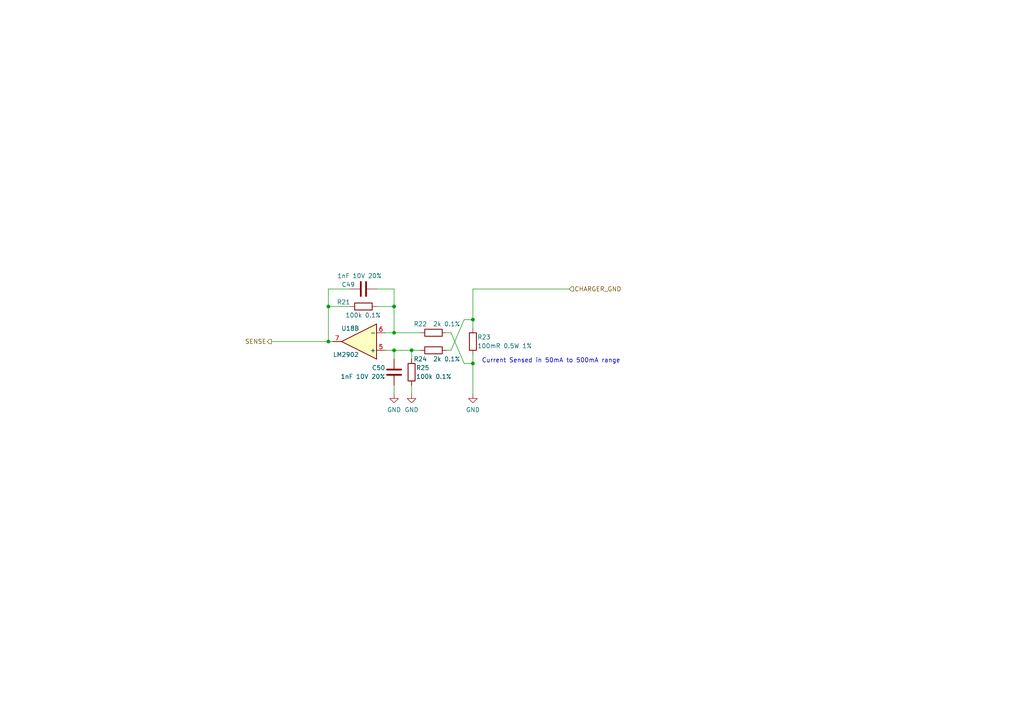
<source format=kicad_sch>
(kicad_sch (version 20211123) (generator eeschema)
  (paper "A4")
  (lib_symbols
    (symbol "Amplifier_Operational:LM2902" (pin_names (offset 0.127))
      (property "Reference" "U" (at 0 5.08 0))
      (property "Value" "LM2902" (at 0 -5.08 0))
      (symbol "LM2902_1_1"
        (polyline (pts (xy -5.08 5.08) (xy 5.08 0) (xy -5.08 -5.08) (xy -5.08 5.08)) (stroke (width 0.254)) (fill (type background)))
        (pin output line (at 7.62 0 180) (length 2.54) (name "~") (number "1"))
        (pin input line (at -7.62 -2.54 0) (length 2.54) (name "-") (number "2"))
        (pin input line (at -7.62 2.54 0) (length 2.54) (name "+") (number "3"))
      )
      (symbol "LM2902_2_1"
        (polyline (pts (xy -5.08 5.08) (xy 5.08 0) (xy -5.08 -5.08) (xy -5.08 5.08)) (stroke (width 0.254)) (fill (type background)))
        (pin input line (at -7.62 2.54 0) (length 2.54) (name "+") (number "5"))
        (pin input line (at -7.62 -2.54 0) (length 2.54) (name "-") (number "6"))
        (pin output line (at 7.62 0 180) (length 2.54) (name "~") (number "7"))
      )
      (symbol "LM2902_3_1"
        (polyline (pts (xy -5.08 5.08) (xy 5.08 0) (xy -5.08 -5.08) (xy -5.08 5.08)) (stroke (width 0.254)) (fill (type background)))
        (pin input line (at -7.62 2.54 0) (length 2.54) (name "+") (number "10"))
        (pin output line (at 7.62 0 180) (length 2.54) (name "~") (number "8"))
        (pin input line (at -7.62 -2.54 0) (length 2.54) (name "-") (number "9"))
      )
      (symbol "LM2902_4_1"
        (polyline (pts (xy -5.08 5.08) (xy 5.08 0) (xy -5.08 -5.08) (xy -5.08 5.08)) (stroke (width 0.254)) (fill (type background)))
        (pin input line (at -7.62 2.54 0) (length 2.54) (name "+") (number "12"))
        (pin input line (at -7.62 -2.54 0) (length 2.54) (name "-") (number "13"))
        (pin output line (at 7.62 0 180) (length 2.54) (name "~") (number "14"))
      )
      (symbol "LM2902_5_1"
        (pin power_in line (at -2.54 -7.62 90) (length 3.81) (name "V-") (number "11"))
        (pin power_in line (at -2.54 7.62 270) (length 3.81) (name "V+") (number "4"))
      )
    )
    (symbol "Device:C" (pin_numbers hide) (pin_names (offset 0.254))
      (property "Reference" "C" (at 0.635 2.54 0))
      (property "Value" "C" (at 0.635 -2.54 0))
      (symbol "C_0_1"
        (polyline (pts (xy -2.032 -0.762) (xy 2.032 -0.762)) (stroke (width 0.508)))
        (polyline (pts (xy -2.032 0.762) (xy 2.032 0.762)) (stroke (width 0.508)))
      )
      (symbol "C_1_1"
        (pin passive line (at 0 3.81 270) (length 2.794) (name "~") (number "1"))
        (pin passive line (at 0 -3.81 90) (length 2.794) (name "~") (number "2"))
      )
    )
    (symbol "Device:R" (pin_numbers hide) (pin_names (offset 0))
      (property "Reference" "R" (at 2.032 0 90))
      (property "Value" "R" (at 0 0 90))
      (symbol "R_0_1"
        (rectangle (start -1.016 -2.54) (end 1.016 2.54) (stroke (width 0.254)))
      )
      (symbol "R_1_1"
        (pin passive line (at 0 3.81 270) (length 1.27) (name "~") (number "1"))
        (pin passive line (at 0 -3.81 90) (length 1.27) (name "~") (number "2"))
      )
    )
    (symbol "power:GND" (power) (pin_names (offset 0))
      (property "Value" "GND" (at 0 -3.81 0))
      (symbol "GND_0_1"
        (polyline (pts (xy 0 0) (xy 0 -1.27) (xy 1.27 -1.27) (xy 0 -2.54) (xy -1.27 -1.27) (xy 0 -1.27)))
      )
      (symbol "GND_1_1"
        (pin power_in line (at 0 0 270) (length 0) hide (name "GND") (number "1"))
      )
    )
  )
  (junction (at 137.16 92.71))
  (junction (at 95.25 99.06))
  (junction (at 95.25 88.9))
  (junction (at 119.38 101.6))
  (junction (at 114.3 96.52))
  (junction (at 137.16 105.41))
  (junction (at 114.3 101.6))
  (junction (at 114.3 88.9))
  (wire (pts (xy 137.16 83.82) (xy 165.1 83.82)))
  (wire (pts (xy 95.25 99.06) (xy 78.74 99.06)))
  (wire (pts (xy 121.92 101.6) (xy 119.38 101.6)))
  (wire (pts (xy 119.38 111.76) (xy 119.38 114.3)))
  (wire (pts (xy 109.22 88.9) (xy 114.3 88.9)))
  (wire (pts (xy 114.3 88.9) (xy 114.3 96.52)))
  (wire (pts (xy 114.3 96.52) (xy 111.76 96.52)))
  (wire (pts (xy 130.81 101.6) (xy 134.62 92.71)))
  (wire (pts (xy 101.6 83.82) (xy 95.25 83.82)))
  (wire (pts (xy 134.62 105.41) (xy 137.16 105.41)))
  (wire (pts (xy 137.16 105.41) (xy 137.16 102.87)))
  (wire (pts (xy 101.6 88.9) (xy 95.25 88.9)))
  (wire (pts (xy 114.3 111.76) (xy 114.3 114.3)))
  (wire (pts (xy 114.3 101.6) (xy 111.76 101.6)))
  (wire (pts (xy 114.3 101.6) (xy 114.3 104.14)))
  (wire (pts (xy 119.38 101.6) (xy 119.38 104.14)))
  (wire (pts (xy 137.16 92.71) (xy 137.16 95.25)))
  (wire (pts (xy 129.54 96.52) (xy 130.81 96.52)))
  (wire (pts (xy 129.54 101.6) (xy 130.81 101.6)))
  (wire (pts (xy 95.25 83.82) (xy 95.25 88.9)))
  (wire (pts (xy 130.81 96.52) (xy 134.62 105.41)))
  (wire (pts (xy 96.52 99.06) (xy 95.25 99.06)))
  (wire (pts (xy 134.62 92.71) (xy 137.16 92.71)))
  (wire (pts (xy 109.22 83.82) (xy 114.3 83.82)))
  (wire (pts (xy 137.16 105.41) (xy 137.16 114.3)))
  (wire (pts (xy 137.16 83.82) (xy 137.16 92.71)))
  (wire (pts (xy 114.3 83.82) (xy 114.3 88.9)))
  (wire (pts (xy 95.25 88.9) (xy 95.25 99.06)))
  (wire (pts (xy 119.38 101.6) (xy 114.3 101.6)))
  (wire (pts (xy 121.92 96.52) (xy 114.3 96.52)))
  (text "Current Sensed in 50mA to 500mA range" (at 139.7 105.41 0) (effects (font (size 1.27 1.27)) (justify left bottom)))
  (hierarchical_label "CHARGER_GND" (shape input) (at 165.1 83.82 0))
  (hierarchical_label "SENSE" (shape output) (at 78.74 99.06 180))
  (symbol (lib_id "Amplifier_Operational:LM2902") (at 104.14 99.06 180) (unit 2)
    (property "Reference" "U18" (at 101.6 95.25 0))
    (property "Value" "LM2902" (at 100.33 102.87 0))
    (property "Footprint" "Package_SO:TSSOP-14_4.4x5mm_P0.65mm" (effects hide))
    (property "Datasheet" "http://www.ti.com/lit/ds/symlink/lm2902-n.pdf" (effects hide))
    (property "LCSC Part Number" "C46864" (effects hide))
    (property "Manufacturer" "Texas Instrument" (effects hide))
    (property "Manufacturer Part Number" "LM2902PWR" (effects hide))
  )
  (symbol (lib_id "Device:R") (at 105.41 88.9 90) (mirror x) (unit 1)
    (property "Reference" "R21" (at 101.6 87.63 90) (effects (justify left)))
    (property "Value" "100k 0.1%" (at 110.49 91.44 90) (effects (justify left)))
    (property "Footprint" "Resistor_SMD:R_0402_1005Metric" (effects hide))
    (property "Generic OK" "NO" (effects hide))
    (property "LCSC Part Number" "C2859301" (effects hide))
    (property "Manufacturer" "UNI-ROYAL(Uniroyal Elec)" (effects hide))
    (property "Manufacturer Part Number" "TC0225B1003TCC" (effects hide))
  )
  (symbol (lib_id "Device:R") (at 125.73 101.6 270) (mirror x) (unit 1)
    (property "Reference" "R24" (at 121.92 104.14 90))
    (property "Value" "2k 0.1%" (at 129.54 104.14 90))
    (property "Footprint" "Resistor_SMD:R_0402_1005Metric" (effects hide))
    (property "LCSC Part Number" "C852711" (effects hide))
    (property "Manufacturer" "YAGEO" (effects hide))
    (property "Manufacturer Part Number" "RT0402BRD072KL" (effects hide))
    (property "Generic OK" "YES" (effects hide))
  )
  (symbol (lib_id "Device:C") (at 114.3 107.95 0) (unit 1)
    (property "Reference" "C50" (at 111.76 106.68 0) (effects (justify right)))
    (property "Value" "1nF 10V 20%" (at 111.76 109.22 0) (effects (justify right)))
    (property "Footprint" "Capacitor_SMD:C_0402_1005Metric" (effects hide))
    (property "LCSC Part Number" "C2168305" (effects hide))
    (property "Manufacturer" "Murata" (effects hide))
    (property "Generic OK" "YES" (effects hide))
  )
  (symbol (lib_id "power:GND") (at 137.16 114.3 0) (mirror y) (unit 1)
    (property "Reference" "#PWR043" (effects hide))
    (property "Value" "GND" (at 137.16 118.8625 0))
  )
  (symbol (lib_id "Device:R") (at 137.16 99.06 0) (mirror x) (unit 1)
    (property "Reference" "R23" (at 138.43 97.79 0) (effects (justify left)))
    (property "Value" "100mR 0.5W 1%" (at 138.43 100.33 0) (effects (justify left)))
    (property "Footprint" "Resistor_SMD:R_2010_5025Metric" (effects hide))
    (property "LCSC Part Number" "C309644" (effects hide))
    (property "Manufacturer" "YAGEO" (effects hide))
    (property "Manufacturer Part Number" "RL2010FK-070R1L" (effects hide))
    (property "Generic OK" "NO" (effects hide))
  )
  (symbol (lib_id "Device:C") (at 105.41 83.82 270) (unit 1)
    (property "Reference" "C49" (at 99.06 82.55 90) (effects (justify left)))
    (property "Value" "1nF 10V 20%" (at 97.79 80.01 90) (effects (justify left)))
    (property "Footprint" "Capacitor_SMD:C_0402_1005Metric" (effects hide))
    (property "LCSC Part Number" "C77018" (effects hide))
    (property "Manufacturer" "Murata" (effects hide))
    (property "Manufacturer Part Number" "GRM155R71H102KA01D" (effects hide))
    (property "Generic OK" "YES" (effects hide))
  )
  (symbol (lib_id "power:GND") (at 119.38 114.3 0) (mirror y) (unit 1)
    (property "Reference" "#PWR042" (effects hide))
    (property "Value" "GND" (at 119.38 118.8625 0))
  )
  (symbol (lib_id "Device:R") (at 119.38 107.95 0) (mirror x) (unit 1)
    (property "Reference" "R25" (at 120.65 106.68 0) (effects (justify left)))
    (property "Value" "100k 0.1%" (at 120.65 109.22 0) (effects (justify left)))
    (property "Footprint" "Resistor_SMD:R_0402_1005Metric" (effects hide))
    (property "Generic OK" "NO" (effects hide))
    (property "LCSC Part Number" "C2859301" (effects hide))
    (property "Manufacturer" "UNI-ROYAL(Uniroyal Elec)" (effects hide))
    (property "Manufacturer Part Number" "TC0225B1003TCC" (effects hide))
  )
  (symbol (lib_id "Device:R") (at 125.73 96.52 270) (mirror x) (unit 1)
    (property "Reference" "R22" (at 121.92 93.98 90))
    (property "Value" "2k 0.1%" (at 129.54 93.98 90))
    (property "Footprint" "Resistor_SMD:R_0402_1005Metric" (effects hide))
    (property "LCSC Part Number" "C852711" (effects hide))
    (property "Manufacturer" "YAGEO" (effects hide))
    (property "Manufacturer Part Number" "RT0402BRD072KL" (effects hide))
    (property "Generic OK" "YES" (effects hide))
  )
  (symbol (lib_id "power:GND") (at 114.3 114.3 0) (mirror y) (unit 1)
    (property "Reference" "#PWR040" (effects hide))
    (property "Value" "GND" (at 114.3 118.8625 0))
  )
)
</source>
